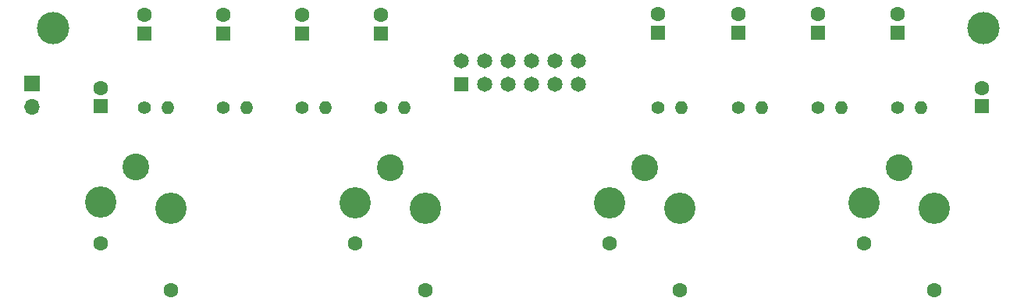
<source format=gbr>
%TF.GenerationSoftware,KiCad,Pcbnew,9.0.0*%
%TF.CreationDate,2025-03-26T12:01:05+11:00*%
%TF.ProjectId,Wing Board XLR Phantom,57696e67-2042-46f6-9172-6420584c5220,rev?*%
%TF.SameCoordinates,Original*%
%TF.FileFunction,Soldermask,Bot*%
%TF.FilePolarity,Negative*%
%FSLAX46Y46*%
G04 Gerber Fmt 4.6, Leading zero omitted, Abs format (unit mm)*
G04 Created by KiCad (PCBNEW 9.0.0) date 2025-03-26 12:01:05*
%MOMM*%
%LPD*%
G01*
G04 APERTURE LIST*
%ADD10C,1.400000*%
%ADD11O,1.400000X1.400000*%
%ADD12C,1.600000*%
%ADD13C,3.400000*%
%ADD14C,2.900000*%
%ADD15R,1.600000X1.600000*%
%ADD16C,3.500001*%
%ADD17R,1.700000X1.700000*%
%ADD18O,1.700000X1.700000*%
%ADD19R,1.650000X1.650000*%
%ADD20C,1.650000*%
G04 APERTURE END LIST*
D10*
%TO.C,R2*%
X31433432Y-13004800D03*
D11*
X33973432Y-13004800D03*
%TD*%
D12*
%TO.C,J6*%
X9601200Y-27716400D03*
X17221200Y-32796400D03*
D13*
X17221200Y-23906400D03*
X9601200Y-23271400D03*
D14*
X13411200Y-19456400D03*
%TD*%
D10*
%TO.C,R1*%
X14342700Y-13004800D03*
D11*
X16882700Y-13004800D03*
%TD*%
D10*
%TO.C,R7*%
X39978800Y-13004800D03*
D11*
X42518800Y-13004800D03*
%TD*%
D15*
%TO.C,C1*%
X14366667Y-4910200D03*
D12*
X14366667Y-2910200D03*
%TD*%
D15*
%TO.C,C4*%
X39984467Y-4910200D03*
D12*
X39984467Y-2910200D03*
%TD*%
D15*
%TO.C,C2*%
X22905933Y-4910200D03*
D12*
X22905933Y-2910200D03*
%TD*%
D10*
%TO.C,R4*%
X87409066Y-12979400D03*
D11*
X89949066Y-12979400D03*
%TD*%
D15*
%TO.C,C10*%
X105206800Y-12852400D03*
D12*
X105206800Y-10852400D03*
%TD*%
D16*
%TO.C,H1*%
X105410000Y-4318000D03*
%TD*%
D15*
%TO.C,C6*%
X78756933Y-4834000D03*
D12*
X78756933Y-2834000D03*
%TD*%
D15*
%TO.C,C3*%
X31445199Y-4910200D03*
D12*
X31445199Y-2910200D03*
%TD*%
%TO.C,J1*%
X92379800Y-27736800D03*
X99999800Y-32816800D03*
D13*
X99999800Y-23926800D03*
X92379800Y-23291800D03*
D14*
X96189800Y-19476800D03*
%TD*%
D12*
%TO.C,J4*%
X37211000Y-27736800D03*
X44831000Y-32816800D03*
D13*
X44831000Y-23926800D03*
X37211000Y-23291800D03*
D14*
X41021000Y-19476800D03*
%TD*%
D17*
%TO.C,J5*%
X2184400Y-10337800D03*
D18*
X2184400Y-12877800D03*
%TD*%
D19*
%TO.C,J3*%
X48691800Y-10464800D03*
D20*
X48691800Y-7924800D03*
X51231800Y-10464800D03*
X51231800Y-7924800D03*
X53771800Y-10464800D03*
X53771800Y-7924800D03*
X56311800Y-10464800D03*
X56311800Y-7924800D03*
X58851800Y-10464800D03*
X58851800Y-7924800D03*
X61391800Y-10464800D03*
X61391800Y-7924800D03*
%TD*%
D10*
%TO.C,R3*%
X70103200Y-12979400D03*
D11*
X72643200Y-12979400D03*
%TD*%
D10*
%TO.C,R5*%
X96062000Y-12979400D03*
D11*
X98602000Y-12979400D03*
%TD*%
D15*
%TO.C,C7*%
X87409866Y-4834000D03*
D12*
X87409866Y-2834000D03*
%TD*%
D15*
%TO.C,C5*%
X70104000Y-4834000D03*
D12*
X70104000Y-2834000D03*
%TD*%
D10*
%TO.C,R8*%
X22888066Y-13004800D03*
D11*
X25428066Y-13004800D03*
%TD*%
D10*
%TO.C,R6*%
X78756133Y-12979400D03*
D11*
X81296133Y-12979400D03*
%TD*%
D16*
%TO.C,H2*%
X4445000Y-4318000D03*
%TD*%
D15*
%TO.C,C8*%
X96062800Y-4834000D03*
D12*
X96062800Y-2834000D03*
%TD*%
D15*
%TO.C,C9*%
X9626600Y-12852400D03*
D12*
X9626600Y-10852400D03*
%TD*%
%TO.C,J2*%
X64795400Y-27736800D03*
X72415400Y-32816800D03*
D13*
X72415400Y-23926800D03*
X64795400Y-23291800D03*
D14*
X68605400Y-19476800D03*
%TD*%
M02*

</source>
